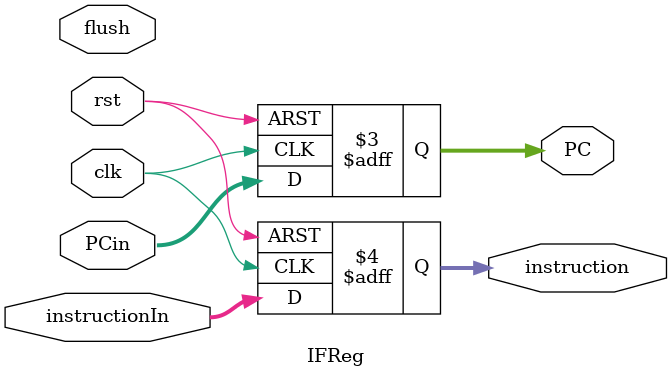
<source format=v>
module IF (input clk,rst,flush,BrTaken,input [31:0] BrAdder, output [31:0] PC,instruction);

	wire [31:0] PCIn,instructionIn; 
		
	IFSub _IFsub (clk,rst,BrTaken,BrAdder,PCIn,instructionIn);
	IFReg _IFReg (clk,rst,flush,PCIn,instructionIn,PC,instruction);

endmodule

// * * * * * * * * * * * * * * * * * * * * * * * * * * * * * * * *
module IFSub (input clk,rst,BrTaken,input [31:0] BrAdder, output [31:0] PC4,output [31:0] Instruction);
	reg [31:0] ram [1023:0]; //2 ^ 10 = 1024
	wire [31:0] PCMuxOut;
	reg [31:0] PC; // 
	integer i;
	initial begin	
	    for(i = 0; i < 1024; i = i+1) begin
	        ram[i] = i;
		end
		// 100100 //000001
	ram[0] = 32'b10000000000000010000011000001010;//-- Addi r1 ,r0 ,1546
	ram[4] = 32'b00000100000000010001000000000000;//-- Add  r2 ,r0 ,r1 
	ram[8] = 32'b00001100000000010001100000000000;//-- sub r3 ,r0 ,r1 
	ram[12] = 32'b00010100010000110010000000000000;//-- And r4 ,r2 ,r3
	ram[16] = 32'b10000100011001010001101000110100;//-- Subi r5 ,r3 ,6708 
	ram[20] = 32'b00011000011001000010100000000000;//-- or r5 ,r3 ,r4
	ram[24] = 32'b00011100101000000011000000000000;//-- nor  r6 ,r5 ,r0 	
	ram[28] = 32'b00011100100000000101100000000000;//-- nor  r11 ,r4 ,r0 
	ram[32] = 32'b00001100101001010010100000000000;//-- sub r5 ,r5 ,r5 
	ram[36] = 32'b10000000000000010000010000000000;//-- Addi  r1 ,r0 ,1024  
	end
	
	//always@(posedge clk,posedge rst) begin  // PC + 4
	//	if (rst) begin
	//		PCWire = 32'd0;
	//	end
	//	else begin
	//		PCWire = PC;
	//	end
	//end
	
	assign PC4 = PC + 4;	// PC + 4
	
	Mux2to1_32 _PCBrMux(BrTaken,PC4,BrAdder,PCMuxOut);
	
	always@(posedge clk,posedge rst) begin //Read from ram
		if (rst) begin
			PC = 32'd0;
		end
		else begin
			PC = PCMuxOut;
		end
	end
	assign Instruction = ram[{PC[31:2],2'b0}];
	
endmodule
// * * * * * * * * * * * * * * * * * * * * * * * * * * * * * * * *

module IFReg(input clk,rst,flush, input[31:0] PCin,instructionIn,output reg [31:0] PC,instruction);
	always@(posedge clk,posedge rst) begin
		if (rst) begin
			PC <= 32'd0;
			instruction <= 32'd0;
		end
		else begin
			PC <= PCin;
			instruction <= instructionIn;
		end
	end

endmodule
// * * * * * * * * * * * * * * * * * * * * * * * * * * * * * * * *


	
</source>
